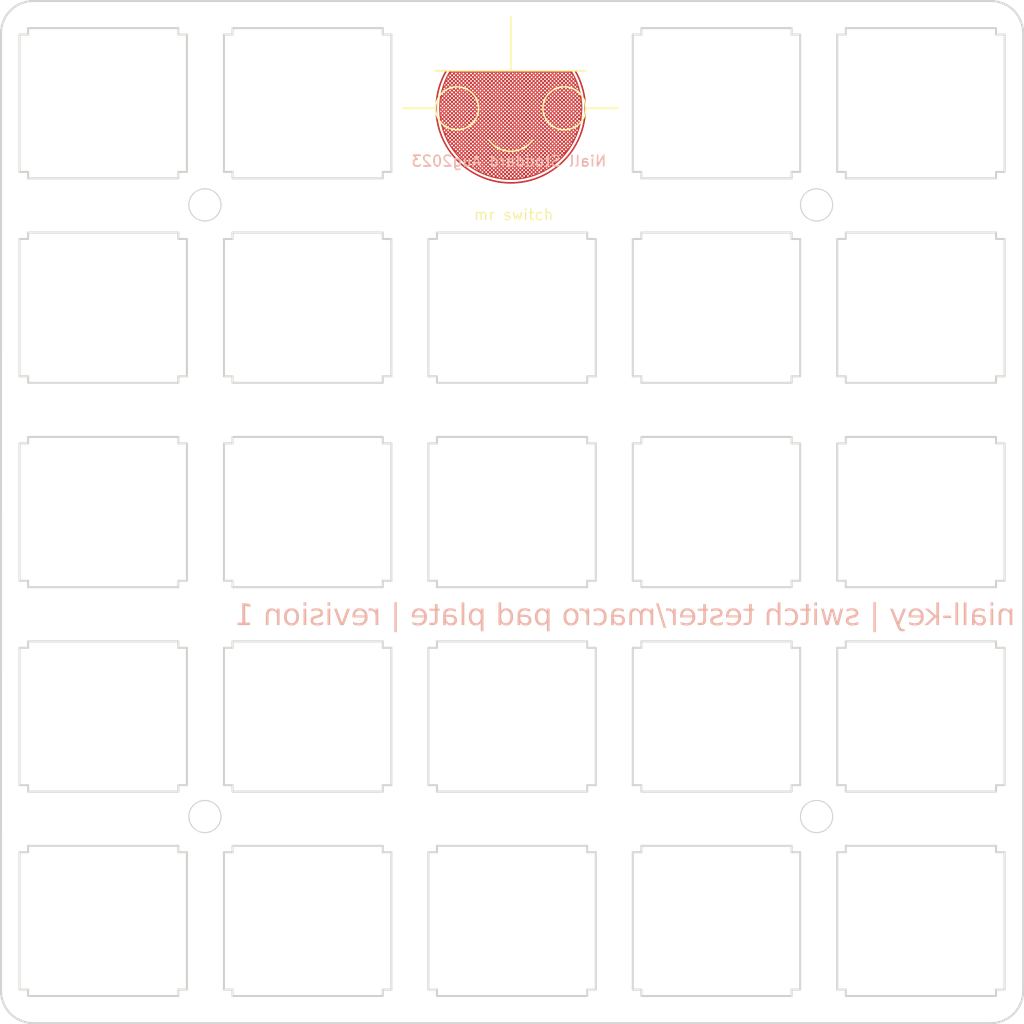
<source format=kicad_pcb>
(kicad_pcb (version 20221018) (generator pcbnew)
  (layers (0 "F.Cu" signal) (31 "B.Cu" signal) (34 "B.Paste" user) (35 "F.Paste" user) (36 "B.SilkS" user "B.Silkscreen") (37 "F.SilkS" user "F.Silkscreen") (38 "B.Mask" user) (39 "F.Mask" user) (44 "Edge.Cuts" user))
  (net 0 "")
  (gr_arc (start 68.499999 21.500001) (mid 62.5 31.946221) (end 56.500001 21.500001) (stroke (width 0.15)) (layer "F.Cu"))
  (gr_circle (center 57.5 25) (end 55.5 25) (stroke (width 0.15)) (fill none) (layer "F.SilkS"))
  (gr_line (start 52.5 25) (end 55.5 25) (stroke (width 0.15)) (layer "F.SilkS"))
  (gr_line (start 55.5 21.5) (end 69.5 21.5) (stroke (width 0.15)) (layer "F.SilkS"))
  (gr_circle (center 67.5 25) (end 69.5 25) (stroke (width 0.15)) (fill none) (layer "F.SilkS"))
  (gr_line (start 62.5 21.5) (end 62.5 16.5) (stroke (width 0.15)) (layer "F.SilkS"))
  (gr_arc (start 64.5 28) (mid 62.5 29) (end 60.5 28) (stroke (width 0.15)) (layer "F.SilkS"))
  (gr_line (start 69.5 25) (end 72.5 25) (stroke (width 0.15)) (layer "F.SilkS"))
  (gr_line (start 69.624999 74.676003) (end 55.624999 74.676003) (stroke (width 0.188976)) (layer "Edge.Cuts"))
  (gr_circle (center 34 91) (end 35.5 91) (stroke (width 0.1)) (fill none) (layer "Edge.Cuts"))
  (gr_line (start 17.525 30.926001) (end 17.525 31.525999) (stroke (width 0.188976)) (layer "Edge.Cuts"))
  (gr_line (start 110.213996 107.721001) (end 110.167999 107.952003) (stroke (width 0.188976)) (layer "Edge.Cuts"))
  (gr_line (start 50.575 49.976002) (end 51.374999 49.976002) (stroke (width 0.188976)) (layer "Edge.Cuts"))
  (gr_line (start 70.424999 69.026001) (end 70.424999 56.226002) (stroke (width 0.188976)) (layer "Edge.Cuts"))
  (gr_line (start 31.524999 75.275002) (end 31.524999 74.676003) (stroke (width 0.188976)) (layer "Edge.Cuts"))
  (gr_line (start 54.825 94.324997) (end 54.825 107.125999) (stroke (width 0.188976)) (layer "Edge.Cuts"))
  (gr_line (start 92.925003 69.026001) (end 93.724998 69.026001) (stroke (width 0.188976)) (layer "Edge.Cuts"))
  (gr_line (start 107.720001 110.214996) (end 107.486 110.241997) (stroke (width 0.188976)) (layer "Edge.Cuts"))
  (gr_line (start 89.474998 18.126) (end 88.675003 18.126) (stroke (width 0.188976)) (layer "Edge.Cuts"))
  (gr_line (start 110.022003 16.852) (end 110.104003 17.073) (stroke (width 0.188976)) (layer "Edge.Cuts"))
  (gr_line (start 36.575 107.725998) (end 50.575 107.725998) (stroke (width 0.188976)) (layer "Edge.Cuts"))
  (gr_line (start 16.725 75.275002) (end 16.725 88.075996) (stroke (width 0.188976)) (layer "Edge.Cuts"))
  (gr_circle (center 91 34) (end 92.5 34) (stroke (width 0.1)) (fill none) (layer "Edge.Cuts"))
  (gr_line (start 74.675003 69.625999) (end 88.675003 69.625999) (stroke (width 0.188976)) (layer "Edge.Cuts"))
  (gr_line (start 17.525 55.625999) (end 17.525 56.226002) (stroke (width 0.188976)) (layer "Edge.Cuts"))
  (gr_line (start 107.724998 107.125999) (end 108.524002 107.125999) (stroke (width 0.188976)) (layer "Edge.Cuts"))
  (gr_line (start 109.678001 16.237) (end 109.807998 16.433) (stroke (width 0.188976)) (layer "Edge.Cuts"))
  (gr_line (start 15.146 17.073) (end 15.228 16.852) (stroke (width 0.188976)) (layer "Edge.Cuts"))
  (gr_line (start 17.072 110.105003) (end 16.851 110.023003) (stroke (width 0.188976)) (layer "Edge.Cuts"))
  (gr_line (start 16.725 88.075996) (end 17.525 88.075996) (stroke (width 0.188976)) (layer "Edge.Cuts"))
  (gr_line (start 36.575 74.676003) (end 36.575 75.275002) (stroke (width 0.188976)) (layer "Edge.Cuts"))
  (gr_line (start 74.675003 37.176001) (end 73.874999 37.176001) (stroke (width 0.188976)) (layer "Edge.Cuts"))
  (gr_line (start 32.325 30.926001) (end 32.325 18.126) (stroke (width 0.188976)) (layer "Edge.Cuts"))
  (gr_line (start 107.724998 88.075996) (end 108.524002 88.075996) (stroke (width 0.188976)) (layer "Edge.Cuts"))
  (gr_line (start 31.524999 50.576) (end 31.524999 49.976002) (stroke (width 0.188976)) (layer "Edge.Cuts"))
  (gr_line (start 36.575 30.926001) (end 36.575 31.525999) (stroke (width 0.188976)) (layer "Edge.Cuts"))
  (gr_line (start 35.774999 88.075996) (end 36.575 88.075996) (stroke (width 0.188976)) (layer "Edge.Cuts"))
  (gr_line (start 88.675003 88.075996) (end 89.474998 88.075996) (stroke (width 0.188976)) (layer "Edge.Cuts"))
  (gr_line (start 55.624999 69.625999) (end 69.624999 69.625999) (stroke (width 0.188976)) (layer "Edge.Cuts"))
  (gr_line (start 93.724998 49.976002) (end 93.724998 50.576) (stroke (width 0.188976)) (layer "Edge.Cuts"))
  (gr_line (start 17.525 56.226002) (end 16.725 56.226002) (stroke (width 0.188976)) (layer "Edge.Cuts"))
  (gr_line (start 17.525 36.576) (end 17.525 37.176001) (stroke (width 0.188976)) (layer "Edge.Cuts"))
  (gr_line (start 54.825 88.075996) (end 55.624999 88.075996) (stroke (width 0.188976)) (layer "Edge.Cuts"))
  (gr_line (start 109.198997 15.719) (end 109.372001 15.879) (stroke (width 0.188976)) (layer "Edge.Cuts"))
  (gr_line (start 55.624999 107.125999) (end 55.624999 107.725998) (stroke (width 0.188976)) (layer "Edge.Cuts"))
  (gr_line (start 74.675003 74.676003) (end 74.675003 75.275002) (stroke (width 0.188976)) (layer "Edge.Cuts"))
  (gr_line (start 17.525 107.125999) (end 17.525 107.725998) (stroke (width 0.188976)) (layer "Edge.Cuts"))
  (gr_line (start 35.774999 49.976002) (end 36.575 49.976002) (stroke (width 0.188976)) (layer "Edge.Cuts"))
  (gr_line (start 108.525001 30.926001) (end 108.525001 18.126) (stroke (width 0.188976)) (layer "Edge.Cuts"))
  (gr_line (start 88.675003 94.324997) (end 88.675003 93.725998) (stroke (width 0.188976)) (layer "Edge.Cuts"))
  (gr_line (start 15.228 108.400002) (end 15.146 108.179001) (stroke (width 0.188976)) (layer "Edge.Cuts"))
  (gr_line (start 73.874999 56.226002) (end 73.874999 69.026001) (stroke (width 0.188976)) (layer "Edge.Cuts"))
  (gr_line (start 70.424999 56.226002) (end 69.624999 56.226002) (stroke (width 0.188976)) (layer "Edge.Cuts"))
  (gr_line (start 107.724998 30.926001) (end 108.525001 30.926001) (stroke (width 0.188976)) (layer "Edge.Cuts"))
  (gr_line (start 93.724998 17.526) (end 93.724998 18.126) (stroke (width 0.188976)) (layer "Edge.Cuts"))
  (gr_line (start 92.925003 107.125999) (end 93.724998 107.125999) (stroke (width 0.188976)) (layer "Edge.Cuts"))
  (gr_line (start 93.724998 37.176001) (end 92.925003 37.176001) (stroke (width 0.188976)) (layer "Edge.Cuts"))
  (gr_line (start 14.999 107.250999) (end 15 18.001) (stroke (width 0.188976)) (layer "Edge.Cuts"))
  (gr_line (start 32.325 75.275002) (end 31.524999 75.275002) (stroke (width 0.188976)) (layer "Edge.Cuts"))
  (gr_line (start 31.524999 107.125999) (end 32.325 107.125999) (stroke (width 0.188976)) (layer "Edge.Cuts"))
  (gr_line (start 108.524002 37.176001) (end 107.724998 37.176001) (stroke (width 0.188976)) (layer "Edge.Cuts"))
  (gr_line (start 16.236 15.573) (end 16.432 15.443) (stroke (width 0.188976)) (layer "Edge.Cuts"))
  (gr_line (start 17.525 88.676003) (end 31.524999 88.676003) (stroke (width 0.188976)) (layer "Edge.Cuts"))
  (gr_line (start 88.675003 107.725998) (end 88.675003 107.125999) (stroke (width 0.188976)) (layer "Edge.Cuts"))
  (gr_line (start 16.236 109.679001) (end 16.051 109.532997) (stroke (width 0.188976)) (layer "Edge.Cuts"))
  (gr_line (start 35.774999 30.926001) (end 36.575 30.926001) (stroke (width 0.188976)) (layer "Edge.Cuts"))
  (gr_line (start 69.624999 37.176001) (end 69.624999 36.576) (stroke (width 0.188976)) (layer "Edge.Cuts"))
  (gr_line (start 88.675003 74.676003) (end 74.675003 74.676003) (stroke (width 0.188976)) (layer "Edge.Cuts"))
  (gr_line (start 89.474998 107.125999) (end 89.474998 94.324997) (stroke (width 0.188976)) (layer "Edge.Cuts"))
  (gr_line (start 89.474998 56.226002) (end 88.675003 56.226002) (stroke (width 0.188976)) (layer "Edge.Cuts"))
  (gr_line (start 15.009 107.487) (end 14.999 107.250999) (stroke (width 0.188976)) (layer "Edge.Cuts"))
  (gr_line (start 50.575 36.576) (end 36.575 36.576) (stroke (width 0.188976)) (layer "Edge.Cuts"))
  (gr_line (start 74.675003 50.576) (end 88.675003 50.576) (stroke (width 0.188976)) (layer "Edge.Cuts"))
  (gr_line (start 110.167999 107.952003) (end 110.104003 108.179001) (stroke (width 0.188976)) (layer "Edge.Cuts"))
  (gr_line (start 74.675003 88.075996) (end 74.675003 88.676003) (stroke (width 0.188976)) (layer "Edge.Cuts"))
  (gr_line (start 35.774999 107.125999) (end 36.575 107.125999) (stroke (width 0.188976)) (layer "Edge.Cuts"))
  (gr_line (start 93.724998 18.126) (end 92.925003 18.126) (stroke (width 0.188976)) (layer "Edge.Cuts"))
  (gr_line (start 15.718 16.052) (end 15.878 15.879) (stroke (width 0.188976)) (layer "Edge.Cuts"))
  (gr_line (start 74.675003 107.725998) (end 88.675003 107.725998) (stroke (width 0.188976)) (layer "Edge.Cuts"))
  (gr_line (start 36.575 18.126) (end 35.774999 18.126) (stroke (width 0.188976)) (layer "Edge.Cuts"))
  (gr_line (start 107.724998 49.976002) (end 108.524002 49.976002) (stroke (width 0.188976)) (layer "Edge.Cuts"))
  (gr_line (start 110.250999 18.001) (end 110.250999 107.250999) (stroke (width 0.188976)) (layer "Edge.Cuts"))
  (gr_line (start 93.724998 93.725998) (end 93.724998 94.324997) (stroke (width 0.188976)) (layer "Edge.Cuts"))
  (gr_line (start 15.082 17.3) (end 15.146 17.073) (stroke (width 0.188976)) (layer "Edge.Cuts"))
  (gr_line (start 50.575 56.226002) (end 50.575 55.625999) (stroke (width 0.188976)) (layer "Edge.Cuts"))
  (gr_line (start 69.624999 56.226002) (end 69.624999 55.625999) (stroke (width 0.188976)) (layer "Edge.Cuts"))
  (gr_line (start 108.178001 110.105003) (end 107.951003 110.168999) (stroke (width 0.188976)) (layer "Edge.Cuts"))
  (gr_line (start 51.374999 18.126) (end 50.575 18.126) (stroke (width 0.188976)) (layer "Edge.Cuts"))
  (gr_line (start 17.525 17.526) (end 17.525 18.126) (stroke (width 0.188976)) (layer "Edge.Cuts"))
  (gr_line (start 74.675003 18.126) (end 73.874999 18.126) (stroke (width 0.188976)) (layer "Edge.Cuts"))
  (gr_line (start 15.146 108.179001) (end 15.082 107.952003) (stroke (width 0.188976)) (layer "Edge.Cuts"))
  (gr_line (start 35.774999 69.026001) (end 36.575 69.026001) (stroke (width 0.188976)) (layer "Edge.Cuts"))
  (gr_line (start 107.486 15.01) (end 107.720001 15.037) (stroke (width 0.188976)) (layer "Edge.Cuts"))
  (gr_line (start 74.675003 93.725998) (end 74.675003 94.324997) (stroke (width 0.188976)) (layer "Edge.Cuts"))
  (gr_line (start 36.575 75.275002) (end 35.774999 75.275002) (stroke (width 0.188976)) (layer "Edge.Cuts"))
  (gr_line (start 107.249999 110.251999) (end 18 110.250999) (stroke (width 0.188976)) (layer "Edge.Cuts"))
  (gr_line (start 16.725 30.926001) (end 17.525 30.926001) (stroke (width 0.188976)) (layer "Edge.Cuts"))
  (gr_line (start 69.624999 69.026001) (end 70.424999 69.026001) (stroke (width 0.188976)) (layer "Edge.Cuts"))
  (gr_line (start 110.167999 17.3) (end 110.213996 17.531) (stroke (width 0.188976)) (layer "Edge.Cuts"))
  (gr_line (start 54.825 49.976002) (end 55.624999 49.976002) (stroke (width 0.188976)) (layer "Edge.Cuts"))
  (gr_line (start 89.474998 88.075996) (end 89.474998 75.275002) (stroke (width 0.188976)) (layer "Edge.Cuts"))
  (gr_line (start 69.624999 107.125999) (end 70.424999 107.125999) (stroke (width 0.188976)) (layer "Edge.Cuts"))
  (gr_line (start 70.424999 88.075996) (end 70.424999 75.275002) (stroke (width 0.188976)) (layer "Edge.Cuts"))
  (gr_line (start 55.624999 93.725998) (end 55.624999 94.324997) (stroke (width 0.188976)) (layer "Edge.Cuts"))
  (gr_line (start 31.524999 69.026001) (end 32.325 69.026001) (stroke (width 0.188976)) (layer "Edge.Cuts"))
  (gr_line (start 74.675003 49.976002) (end 74.675003 50.576) (stroke (width 0.188976)) (layer "Edge.Cuts"))
  (gr_line (start 108.524002 94.324997) (end 107.724998 94.324997) (stroke (width 0.188976)) (layer "Edge.Cuts"))
  (gr_line (start 17.525 50.576) (end 31.524999 50.576) (stroke (width 0.188976)) (layer "Edge.Cuts"))
  (gr_line (start 73.874999 75.275002) (end 73.874999 88.075996) (stroke (width 0.188976)) (layer "Edge.Cuts"))
  (gr_line (start 50.575 107.725998) (end 50.575 107.125999) (stroke (width 0.188976)) (layer "Edge.Cuts"))
  (gr_line (start 35.774999 18.126) (end 35.774999 30.926001) (stroke (width 0.188976)) (layer "Edge.Cuts"))
  (gr_line (start 31.524999 88.075996) (end 32.325 88.075996) (stroke (width 0.188976)) (layer "Edge.Cuts"))
  (gr_line (start 16.725 18.126) (end 16.725 30.926001) (stroke (width 0.188976)) (layer "Edge.Cuts"))
  (gr_line (start 50.575 30.926001) (end 51.374999 30.926001) (stroke (width 0.188976)) (layer "Edge.Cuts"))
  (gr_line (start 107.724998 36.576) (end 93.724998 36.576) (stroke (width 0.188976)) (layer "Edge.Cuts"))
  (gr_line (start 110.022003 108.400002) (end 109.924003 108.612999) (stroke (width 0.188976)) (layer "Edge.Cuts"))
  (gr_line (start 55.624999 75.275002) (end 54.825 75.275002) (stroke (width 0.188976)) (layer "Edge.Cuts"))
  (gr_line (start 73.874999 49.976002) (end 74.675003 49.976002) (stroke (width 0.188976)) (layer "Edge.Cuts"))
  (gr_line (start 31.524999 17.526) (end 17.525 17.526) (stroke (width 0.188976)) (layer "Edge.Cuts"))
  (gr_line (start 70.424999 107.125999) (end 70.424999 94.324997) (stroke (width 0.188976)) (layer "Edge.Cuts"))
  (gr_line (start 93.724998 69.625999) (end 107.724998 69.625999) (stroke (width 0.188976)) (layer "Edge.Cuts"))
  (gr_line (start 31.524999 107.725998) (end 31.524999 107.125999) (stroke (width 0.188976)) (layer "Edge.Cuts"))
  (gr_line (start 50.575 107.125999) (end 51.374999 107.125999) (stroke (width 0.188976)) (layer "Edge.Cuts"))
  (gr_line (start 108.524002 49.976002) (end 108.524002 37.176001) (stroke (width 0.188976)) (layer "Edge.Cuts"))
  (gr_circle (center 34 34) (end 35.5 34) (stroke (width 0.1)) (fill none) (layer "Edge.Cuts"))
  (gr_line (start 16.638 15.327) (end 16.851 15.229) (stroke (width 0.188976)) (layer "Edge.Cuts"))
  (gr_line (start 17.525 18.126) (end 16.725 18.126) (stroke (width 0.188976)) (layer "Edge.Cuts"))
  (gr_line (start 17.525 74.676003) (end 17.525 75.275002) (stroke (width 0.188976)) (layer "Edge.Cuts"))
  (gr_line (start 50.575 88.676003) (end 50.575 88.075996) (stroke (width 0.188976)) (layer "Edge.Cuts"))
  (gr_line (start 93.724998 94.324997) (end 92.925003 94.324997) (stroke (width 0.188976)) (layer "Edge.Cuts"))
  (gr_line (start 69.624999 94.324997) (end 69.624999 93.725998) (stroke (width 0.188976)) (layer "Edge.Cuts"))
  (gr_line (start 109.678001 109.014999) (end 109.531997 109.199997) (stroke (width 0.188976)) (layer "Edge.Cuts"))
  (gr_line (start 88.675003 75.275002) (end 88.675003 74.676003) (stroke (width 0.188976)) (layer "Edge.Cuts"))
  (gr_line (start 108.524002 69.026001) (end 108.524002 56.226002) (stroke (width 0.188976)) (layer "Edge.Cuts"))
  (gr_line (start 50.575 88.075996) (end 51.374999 88.075996) (stroke (width 0.188976)) (layer "Edge.Cuts"))
  (gr_line (start 15 18.001) (end 15.009 17.765) (stroke (width 0.188976)) (layer "Edge.Cuts"))
  (gr_line (start 32.325 56.226002) (end 31.524999 56.226002) (stroke (width 0.188976)) (layer "Edge.Cuts"))
  (gr_line (start 36.575 49.976002) (end 36.575 50.576) (stroke (width 0.188976)) (layer "Edge.Cuts"))
  (gr_line (start 32.325 94.324997) (end 31.524999 94.324997) (stroke (width 0.188976)) (layer "Edge.Cuts"))
  (gr_line (start 69.624999 75.275002) (end 69.624999 74.676003) (stroke (width 0.188976)) (layer "Edge.Cuts"))
  (gr_line (start 110.240997 107.487) (end 110.213996 107.721001) (stroke (width 0.188976)) (layer "Edge.Cuts"))
  (gr_line (start 31.524999 93.725998) (end 17.525 93.725998) (stroke (width 0.188976)) (layer "Edge.Cuts"))
  (gr_line (start 51.374999 88.075996) (end 51.374999 75.275002) (stroke (width 0.188976)) (layer "Edge.Cuts"))
  (gr_line (start 17.525 31.525999) (end 31.524999 31.525999) (stroke (width 0.188976)) (layer "Edge.Cuts"))
  (gr_line (start 93.724998 88.075996) (end 93.724998 88.676003) (stroke (width 0.188976)) (layer "Edge.Cuts"))
  (gr_line (start 107.951003 110.168999) (end 107.720001 110.214996) (stroke (width 0.188976)) (layer "Edge.Cuts"))
  (gr_line (start 36.575 94.324997) (end 35.774999 94.324997) (stroke (width 0.188976)) (layer "Edge.Cuts"))
  (gr_line (start 35.774999 37.176001) (end 35.774999 49.976002) (stroke (width 0.188976)) (layer "Edge.Cuts"))
  (gr_line (start 73.874999 69.026001) (end 74.675003 69.026001) (stroke (width 0.188976)) (layer "Edge.Cuts"))
  (gr_line (start 15.009 17.765) (end 15.036 17.531) (stroke (width 0.188976)) (layer "Edge.Cuts"))
  (gr_line (start 74.675003 56.226002) (end 73.874999 56.226002) (stroke (width 0.188976)) (layer "Edge.Cuts"))
  (gr_line (start 110.104003 108.179001) (end 110.022003 108.400002) (stroke (width 0.188976)) (layer "Edge.Cuts"))
  (gr_line (start 107.724998 93.725998) (end 93.724998 93.725998) (stroke (width 0.188976)) (layer "Edge.Cuts"))
  (gr_line (start 109.807998 16.433) (end 109.924003 16.639) (stroke (width 0.188976)) (layer "Edge.Cuts"))
  (gr_line (start 17.764 15.01) (end 18 15) (stroke (width 0.188976)) (layer "Edge.Cuts"))
  (gr_line (start 73.874999 37.176001) (end 73.874999 49.976002) (stroke (width 0.188976)) (layer "Edge.Cuts"))
  (gr_line (start 69.624999 55.625999) (end 55.624999 55.625999) (stroke (width 0.188976)) (layer "Edge.Cuts"))
  (gr_line (start 92.925003 49.976002) (end 93.724998 49.976002) (stroke (width 0.188976)) (layer "Edge.Cuts"))
  (gr_line (start 51.374999 69.026001) (end 51.374999 56.226002) (stroke (width 0.188976)) (layer "Edge.Cuts"))
  (gr_line (start 31.524999 74.676003) (end 17.525 74.676003) (stroke (width 0.188976)) (layer "Edge.Cuts"))
  (gr_line (start 50.575 31.525999) (end 50.575 30.926001) (stroke (width 0.188976)) (layer "Edge.Cuts"))
  (gr_line (start 17.525 75.275002) (end 16.725 75.275002) (stroke (width 0.188976)) (layer "Edge.Cuts"))
  (gr_line (start 16.051 15.719) (end 16.236 15.573) (stroke (width 0.188976)) (layer "Edge.Cuts"))
  (gr_line (start 36.575 17.526) (end 36.575 18.126) (stroke (width 0.188976)) (layer "Edge.Cuts"))
  (gr_line (start 108.818 109.808998) (end 108.611999 109.925003) (stroke (width 0.188976)) (layer "Edge.Cuts"))
  (gr_line (start 17.764 110.241997) (end 17.53 110.214996) (stroke (width 0.188976)) (layer "Edge.Cuts"))
  (gr_line (start 32.325 88.075996) (end 32.325 75.275002) (stroke (width 0.188976)) (layer "Edge.Cuts"))
  (gr_line (start 54.825 56.226002) (end 54.825 69.026001) (stroke (width 0.188976)) (layer "Edge.Cuts"))
  (gr_line (start 36.575 55.625999) (end 36.575 56.226002) (stroke (width 0.188976)) (layer "Edge.Cuts"))
  (gr_line (start 55.624999 49.976002) (end 55.624999 50.576) (stroke (width 0.188976)) (layer "Edge.Cuts"))
  (gr_line (start 109.372001 15.879) (end 109.531997 16.052) (stroke (width 0.188976)) (layer "Edge.Cuts"))
  (gr_line (start 88.675003 56.226002) (end 88.675003 55.625999) (stroke (width 0.188976)) (layer "Edge.Cuts"))
  (gr_line (start 108.524002 88.075996) (end 108.524002 75.275002) (stroke (width 0.188976)) (layer "Edge.Cuts"))
  (gr_line (start 107.724998 88.676003) (end 107.724998 88.075996) (stroke (width 0.188976)) (layer "Edge.Cuts"))
  (gr_line (start 108.399002 15.229) (end 108.611999 15.327) (stroke (width 0.188976)) (layer "Edge.Cuts"))
  (gr_line (start 92.925003 30.926001) (end 93.724998 30.926001) (stroke (width 0.188976)) (layer "Edge.Cuts"))
  (gr_line (start 107.724998 55.625999) (end 93.724998 55.625999) (stroke (width 0.188976)) (layer "Edge.Cuts"))
  (gr_line (start 17.525 107.725998) (end 31.524999 107.725998) (stroke (width 0.188976)) (layer "Edge.Cuts"))
  (gr_line (start 55.624999 88.075996) (end 55.624999 88.676003) (stroke (width 0.188976)) (layer "Edge.Cuts"))
  (gr_line (start 17.525 93.725998) (end 17.525 94.324997) (stroke (width 0.188976)) (layer "Edge.Cuts"))
  (gr_line (start 88.675003 36.576) (end 74.675003 36.576) (stroke (width 0.188976)) (layer "Edge.Cuts"))
  (gr_line (start 16.638 109.925003) (end 16.432 109.808998) (stroke (width 0.188976)) (layer "Edge.Cuts"))
  (gr_line (start 32.325 18.126) (end 31.524999 18.126) (stroke (width 0.188976)) (layer "Edge.Cuts"))
  (gr_line (start 70.424999 37.176001) (end 69.624999 37.176001) (stroke (width 0.188976)) (layer "Edge.Cuts"))
  (gr_line (start 93.724998 55.625999) (end 93.724998 56.226002) (stroke (width 0.188976)) (layer "Edge.Cuts"))
  (gr_line (start 109.198997 109.532997) (end 109.013999 109.679001) (stroke (width 0.188976)) (layer "Edge.Cuts"))
  (gr_line (start 17.525 49.976002) (end 17.525 50.576) (stroke (width 0.188976)) (layer "Edge.Cuts"))
  (gr_line (start 55.624999 50.576) (end 69.624999 50.576) (stroke (width 0.188976)) (layer "Edge.Cuts"))
  (gr_line (start 107.250999 15.001) (end 107.486 15.01) (stroke (width 0.188976)) (layer "Edge.Cuts"))
  (gr_line (start 17.299 15.083) (end 17.53 15.037) (stroke (width 0.188976)) (layer "Edge.Cuts"))
  (gr_line (start 110.213996 17.531) (end 110.240997 17.765) (stroke (width 0.188976)) (layer "Edge.Cuts"))
  (gr_line (start 31.524999 94.324997) (end 31.524999 93.725998) (stroke (width 0.188976)) (layer "Edge.Cuts"))
  (gr_line (start 36.575 88.075996) (end 36.575 88.676003) (stroke (width 0.188976)) (layer "Edge.Cuts"))
  (gr_line (start 69.624999 88.676003) (end 69.624999 88.075996) (stroke (width 0.188976)) (layer "Edge.Cuts"))
  (gr_line (start 93.724998 69.026001) (end 93.724998 69.625999) (stroke (width 0.188976)) (layer "Edge.Cuts"))
  (gr_line (start 32.325 107.125999) (end 32.325 94.324997) (stroke (width 0.188976)) (layer "Edge.Cuts"))
  (gr_line (start 88.675003 69.026001) (end 89.474998 69.026001) (stroke (width 0.188976)) (layer "Edge.Cuts"))
  (gr_line (start 54.825 37.176001) (end 54.825 49.976002) (stroke (width 0.188976)) (layer "Edge.Cuts"))
  (gr_line (start 107.724998 74.676003) (end 93.724998 74.676003) (stroke (width 0.188976)) (layer "Edge.Cuts"))
  (gr_line (start 70.424999 75.275002) (end 69.624999 75.275002) (stroke (width 0.188976)) (layer "Edge.Cuts"))
  (gr_line (start 74.675003 17.526) (end 74.675003 18.126) (stroke (width 0.188976)) (layer "Edge.Cuts"))
  (gr_line (start 36.575 56.226002) (end 35.774999 56.226002) (stroke (width 0.188976)) (layer "Edge.Cuts"))
  (gr_line (start 16.432 109.808998) (end 16.236 109.679001) (stroke (width 0.188976)) (layer "Edge.Cuts"))
  (gr_line (start 35.774999 94.324997) (end 35.774999 107.125999) (stroke (width 0.188976)) (layer "Edge.Cuts"))
  (gr_line (start 36.575 88.676003) (end 50.575 88.676003) (stroke (width 0.188976)) (layer "Edge.Cuts"))
  (gr_line (start 88.675003 69.625999) (end 88.675003 69.026001) (stroke (width 0.188976)) (layer "Edge.Cuts"))
  (gr_line (start 55.624999 36.576) (end 55.624999 37.176001) (stroke (width 0.188976)) (layer "Edge.Cuts"))
  (gr_line (start 31.524999 69.625999) (end 31.524999 69.026001) (stroke (width 0.188976)) (layer "Edge.Cuts"))
  (gr_line (start 70.424999 94.324997) (end 69.624999 94.324997) (stroke (width 0.188976)) (layer "Edge.Cuts"))
  (gr_line (start 69.624999 36.576) (end 55.624999 36.576) (stroke (width 0.188976)) (layer "Edge.Cuts"))
  (gr_line (start 50.575 17.526) (end 36.575 17.526) (stroke (width 0.188976)) (layer "Edge.Cuts"))
  (gr_line (start 89.474998 30.926001) (end 89.474998 18.126) (stroke (width 0.188976)) (layer "Edge.Cuts"))
  (gr_line (start 108.524002 56.226002) (end 107.724998 56.226002) (stroke (width 0.188976)) (layer "Edge.Cuts"))
  (gr_line (start 107.724998 17.526) (end 93.724998 17.526) (stroke (width 0.188976)) (layer "Edge.Cuts"))
  (gr_line (start 88.675003 88.676003) (end 88.675003 88.075996) (stroke (width 0.188976)) (layer "Edge.Cuts"))
  (gr_line (start 107.724998 69.026001) (end 108.524002 69.026001) (stroke (width 0.188976)) (layer "Edge.Cuts"))
  (gr_line (start 92.925003 94.324997) (end 92.925003 107.125999) (stroke (width 0.188976)) (layer "Edge.Cuts"))
  (gr_line (start 16.725 94.324997) (end 16.725 107.125999) (stroke (width 0.188976)) (layer "Edge.Cuts"))
  (gr_line (start 69.624999 69.625999) (end 69.624999 69.026001) (stroke (width 0.188976)) (layer "Edge.Cuts"))
  (gr_circle (center 91 91) (end 92.5 91) (stroke (width 0.1)) (fill none) (layer "Edge.Cuts"))
  (gr_line (start 50.575 93.725998) (end 36.575 93.725998) (stroke (width 0.188976)) (layer "Edge.Cuts"))
  (gr_line (start 55.624999 88.676003) (end 69.624999 88.676003) (stroke (width 0.188976)) (layer "Edge.Cuts"))
  (gr_line (start 50.575 37.176001) (end 50.575 36.576) (stroke (width 0.188976)) (layer "Edge.Cuts"))
  (gr_line (start 55.624999 69.026001) (end 55.624999 69.625999) (stroke (width 0.188976)) (layer "Edge.Cuts"))
  (gr_line (start 16.051 109.532997) (end 15.878 109.373001) (stroke (width 0.188976)) (layer "Edge.Cuts"))
  (gr_line (start 107.724998 69.625999) (end 107.724998 69.026001) (stroke (width 0.188976)) (layer "Edge.Cuts"))
  (gr_line (start 69.624999 107.725998) (end 69.624999 107.125999) (stroke (width 0.188976)) (layer "Edge.Cuts"))
  (gr_line (start 31.524999 37.176001) (end 31.524999 36.576) (stroke (width 0.188976)) (layer "Edge.Cuts"))
  (gr_line (start 108.818 15.443) (end 109.013999 15.573) (stroke (width 0.188976)) (layer "Edge.Cuts"))
  (gr_line (start 16.725 107.125999) (end 17.525 107.125999) (stroke (width 0.188976)) (layer "Edge.Cuts"))
  (gr_line (start 107.724998 37.176001) (end 107.724998 36.576) (stroke (width 0.188976)) (layer "Edge.Cuts"))
  (gr_line (start 31.524999 31.525999) (end 31.524999 30.926001) (stroke (width 0.188976)) (layer "Edge.Cuts"))
  (gr_line (start 50.575 75.275002) (end 50.575 74.676003) (stroke (width 0.188976)) (layer "Edge.Cuts"))
  (gr_line (start 50.575 74.676003) (end 36.575 74.676003) (stroke (width 0.188976)) (layer "Edge.Cuts"))
  (gr_line (start 54.825 69.026001) (end 55.624999 69.026001) (stroke (width 0.188976)) (layer "Edge.Cuts"))
  (gr_line (start 93.724998 30.926001) (end 93.724998 31.525999) (stroke (width 0.188976)) (layer "Edge.Cuts"))
  (gr_line (start 93.724998 75.275002) (end 92.925003 75.275002) (stroke (width 0.188976)) (layer "Edge.Cuts"))
  (gr_line (start 88.675003 49.976002) (end 89.474998 49.976002) (stroke (width 0.188976)) (layer "Edge.Cuts"))
  (gr_line (start 107.724998 18.126) (end 107.724998 17.526) (stroke (width 0.188976)) (layer "Edge.Cuts"))
  (gr_line (start 15.442 16.433) (end 15.572 16.237) (stroke (width 0.188976)) (layer "Edge.Cuts"))
  (gr_line (start 108.524002 75.275002) (end 107.724998 75.275002) (stroke (width 0.188976)) (layer "Edge.Cuts"))
  (gr_line (start 15.036 107.721001) (end 15.009 107.487) (stroke (width 0.188976)) (layer "Edge.Cuts"))
  (gr_line (start 17.299 110.168999) (end 17.072 110.105003) (stroke (width 0.188976)) (layer "Edge.Cuts"))
  (gr_line (start 108.611999 15.327) (end 108.818 15.443) (stroke (width 0.188976)) (layer "Edge.Cuts"))
  (gr_line (start 93.724998 88.676003) (end 107.724998 88.676003) (stroke (width 0.188976)) (layer "Edge.Cuts"))
  (gr_line (start 51.374999 94.324997) (end 50.575 94.324997) (stroke (width 0.188976)) (layer "Edge.Cuts"))
  (gr_line (start 74.675003 75.275002) (end 73.874999 75.275002) (stroke (width 0.188976)) (layer "Edge.Cuts"))
  (gr_line (start 36.575 31.525999) (end 50.575 31.525999) (stroke (width 0.188976)) (layer "Edge.Cuts"))
  (gr_line (start 36.575 69.625999) (end 50.575 69.625999) (stroke (width 0.188976)) (layer "Edge.Cuts"))
  (gr_line (start 50.575 69.625999) (end 50.575 69.026001) (stroke (width 0.188976)) (layer "Edge.Cuts"))
  (gr_line (start 88.675003 50.576) (end 88.675003 49.976002) (stroke (width 0.188976)) (layer "Edge.Cuts"))
  (gr_line (start 92.925003 75.275002) (end 92.925003 88.075996) (stroke (width 0.188976)) (layer "Edge.Cuts"))
  (gr_line (start 93.724998 74.676003) (end 93.724998 75.275002) (stroke (width 0.188976)) (layer "Edge.Cuts"))
  (gr_line (start 54.825 107.125999) (end 55.624999 107.125999) (stroke (width 0.188976)) (layer "Edge.Cuts"))
  (gr_line (start 89.474998 49.976002) (end 89.474998 37.176001) (stroke (width 0.188976)) (layer "Edge.Cuts"))
  (gr_line (start 16.725 56.226002) (end 16.725 69.026001) (stroke (width 0.188976)) (layer "Edge.Cuts"))
  (gr_line (start 55.624999 74.676003) (end 55.624999 75.275002) (stroke (width 0.188976)) (layer "Edge.Cuts"))
  (gr_line (start 36.575 93.725998) (end 36.575 94.324997) (stroke (width 0.188976)) (layer "Edge.Cuts"))
  (gr_line (start 107.486 110.241997) (end 107.249999 110.251999) (stroke (width 0.188976)) (layer "Edge.Cuts"))
  (gr_line (start 109.531997 16.052) (end 109.678001 16.237) (stroke (width 0.188976)) (layer "Edge.Cuts"))
  (gr_line (start 51.374999 75.275002) (end 50.575 75.275002) (stroke (width 0.188976)) (layer "Edge.Cuts"))
  (gr_line (start 70.424999 49.976002) (end 70.424999 37.176001) (stroke (width 0.188976)) (layer "Edge.Cuts"))
  (gr_line (start 93.724998 107.125999) (end 93.724998 107.725998) (stroke (width 0.188976)) (layer "Edge.Cuts"))
  (gr_line (start 31.524999 36.576) (end 17.525 36.576) (stroke (width 0.188976)) (layer "Edge.Cuts"))
  (gr_line (start 89.474998 69.026001) (end 89.474998 56.226002) (stroke (width 0.188976)) (layer "Edge.Cuts"))
  (gr_line (start 88.675003 37.176001) (end 88.675003 36.576) (stroke (width 0.188976)) (layer "Edge.Cuts"))
  (gr_line (start 31.524999 88.676003) (end 31.524999 88.075996) (stroke (width 0.188976)) (layer "Edge.Cuts"))
  (gr_line (start 55.624999 94.324997) (end 54.825 94.324997) (stroke (width 0.188976)) (layer "Edge.Cuts"))
  (gr_line (start 31.524999 55.625999) (end 17.525 55.625999) (stroke (width 0.188976)) (layer "Edge.Cuts"))
  (gr_line (start 36.575 69.026001) (end 36.575 69.625999) (stroke (width 0.188976)) (layer "Edge.Cuts"))
  (gr_line (start 74.675003 31.525999) (end 88.675003 31.525999) (stroke (width 0.188976)) (layer "Edge.Cuts"))
  (gr_line (start 107.724998 56.226002) (end 107.724998 55.625999) (stroke (width 0.188976)) (layer "Edge.Cuts"))
  (gr_line (start 93.724998 56.226002) (end 92.925003 56.226002) (stroke (width 0.188976)) (layer "Edge.Cuts"))
  (gr_line (start 55.624999 55.625999) (end 55.624999 56.226002) (stroke (width 0.188976)) (layer "Edge.Cuts"))
  (gr_line (start 92.925003 37.176001) (end 92.925003 49.976002) (stroke (width 0.188976)) (layer "Edge.Cuts"))
  (gr_line (start 31.524999 18.126) (end 31.524999 17.526) (stroke (width 0.188976)) (layer "Edge.Cuts"))
  (gr_line (start 89.474998 94.324997) (end 88.675003 94.324997) (stroke (width 0.188976)) (layer "Edge.Cuts"))
  (gr_line (start 17.525 88.075996) (end 17.525 88.676003) (stroke (width 0.188976)) (layer "Edge.Cuts"))
  (gr_line (start 69.624999 93.725998) (end 55.624999 93.725998) (stroke (width 0.188976)) (layer "Edge.Cuts"))
  (gr_line (start 93.724998 50.576) (end 107.724998 50.576) (stroke (width 0.188976)) (layer "Edge.Cuts"))
  (gr_line (start 31.524999 49.976002) (end 32.325 49.976002) (stroke (width 0.188976)) (layer "Edge.Cuts"))
  (gr_line (start 16.432 15.443) (end 16.638 15.327) (stroke (width 0.188976)) (layer "Edge.Cuts"))
  (gr_line (start 35.774999 56.226002) (end 35.774999 69.026001) (stroke (width 0.188976)) (layer "Edge.Cuts"))
  (gr_line (start 36.575 50.576) (end 50.575 50.576) (stroke (width 0.188976)) (layer "Edge.Cuts"))
  (gr_line (start 107.724998 75.275002) (end 107.724998 74.676003) (stroke (width 0.188976)) (layer "Edge.Cuts"))
  (gr_line (start 55.624999 56.226002) (end 54.825 56.226002) (stroke (width 0.188976)) (layer "Edge.Cuts"))
  (gr_line (start 15.878 109.373001) (end 15.718 109.199997) (stroke (width 0.188976)) (layer "Edge.Cuts"))
  (gr_line (start 88.675003 55.625999) (end 74.675003 55.625999) (stroke (width 0.188976)) (layer "Edge.Cuts"))
  (gr_line (start 93.724998 36.576) (end 93.724998 37.176001) (stroke (width 0.188976)) (layer "Edge.Cuts"))
  (gr_line (start 88.675003 18.126) (end 88.675003 17.526) (stroke (width 0.188976)) (layer "Edge.Cuts"))
  (gr_line (start 74.675003 55.625999) (end 74.675003 56.226002) (stroke (width 0.188976)) (layer "Edge.Cuts"))
  (gr_line (start 88.675003 17.526) (end 74.675003 17.526) (stroke (width 0.188976)) (layer "Edge.Cuts"))
  (gr_line (start 36.575 36.576) (end 36.575 37.176001) (stroke (width 0.188976)) (layer "Edge.Cuts"))
  (gr_line (start 32.325 69.026001) (end 32.325 56.226002) (stroke (width 0.188976)) (layer "Edge.Cuts"))
  (gr_line (start 15.572 16.237) (end 15.718 16.052) (stroke (width 0.188976)) (layer "Edge.Cuts"))
  (gr_line (start 92.925003 88.075996) (end 93.724998 88.075996) (stroke (width 0.188976)) (layer "Edge.Cuts"))
  (gr_line (start 15.228 16.852) (end 15.326 16.639) (stroke (width 0.188976)) (layer "Edge.Cuts"))
  (gr_line (start 88.675003 93.725998) (end 74.675003 93.725998) (stroke (width 0.188976)) (layer "Edge.Cuts"))
  (gr_line (start 17.525 69.625999) (end 31.524999 69.625999) (stroke (width 0.188976)) (layer "Edge.Cuts"))
  (gr_line (start 32.325 49.976002) (end 32.325 37.176001) (stroke (width 0.188976)) (layer "Edge.Cuts"))
  (gr_line (start 18 15) (end 107.250999 15.001) (stroke (width 0.188976)) (layer "Edge.Cuts"))
  (gr_line (start 109.924003 16.639) (end 110.022003 16.852) (stroke (width 0.188976)) (layer "Edge.Cuts"))
  (gr_line (start 107.720001 15.037) (end 107.951003 15.083) (stroke (width 0.188976)) (layer "Edge.Cuts"))
  (gr_line (start 15.326 16.639) (end 15.442 16.433) (stroke (width 0.188976)) (layer "Edge.Cuts"))
  (gr_line (start 69.624999 50.576) (end 69.624999 49.976002) (stroke (width 0.188976)) (layer "Edge.Cuts"))
  (gr_line (start 36.575 37.176001) (end 35.774999 37.176001) (stroke (width 0.188976)) (layer "Edge.Cuts"))
  (gr_line (start 54.825 75.275002) (end 54.825 88.075996) (stroke (width 0.188976)) (layer "Edge.Cuts"))
  (gr_line (start 15.036 17.531) (end 15.082 17.3) (stroke (width 0.188976)) (layer "Edge.Cuts"))
  (gr_line (start 89.474998 75.275002) (end 88.675003 75.275002) (stroke (width 0.188976)) (layer "Edge.Cuts"))
  (gr_line (start 16.725 69.026001) (end 17.525 69.026001) (stroke (width 0.188976)) (layer "Edge.Cuts"))
  (gr_line (start 50.575 55.625999) (end 36.575 55.625999) (stroke (width 0.188976)) (layer "Edge.Cuts"))
  (gr_line (start 32.325 37.176001) (end 31.524999 37.176001) (stroke (width 0.188976)) (layer "Edge.Cuts"))
  (gr_line (start 17.53 15.037) (end 17.764 15.01) (stroke (width 0.188976)) (layer "Edge.Cuts"))
  (gr_line (start 16.725 49.976002) (end 17.525 49.976002) (stroke (width 0.188976)) (layer "Edge.Cuts"))
  (gr_line (start 31.524999 56.226002) (end 31.524999 55.625999) (stroke (width 0.188976)) (layer "Edge.Cuts"))
  (gr_line (start 51.374999 30.926001) (end 51.374999 18.126) (stroke (width 0.188976)) (layer "Edge.Cuts"))
  (gr_line (start 15.718 109.199997) (end 15.572 109.014999) (stroke (width 0.188976)) (layer "Edge.Cuts"))
  (gr_line (start 74.675003 94.324997) (end 73.874999 94.324997) (stroke (width 0.188976)) (layer "Edge.Cuts"))
  (gr_line (start 15.572 109.014999) (end 15.442 108.819) (stroke (width 0.188976)) (layer "Edge.Cuts"))
  (gr_line (start 16.725 37.176001) (end 16.725 49.976002) (stroke (width 0.188976)) (layer "Edge.Cuts"))
  (gr_line (start 109.013999 109.679001) (end 108.818 109.808998) (stroke (width 0.188976)) (layer "Edge.Cuts"))
  (gr_line (start 74.675003 88.676003) (end 88.675003 88.676003) (stroke (width 0.188976)) (layer "Edge.Cuts"))
  (gr_line (start 16.851 15.229) (end 17.072 15.147) (stroke (width 0.188976)) (layer "Edge.Cuts"))
  (gr_line (start 93.724998 31.525999) (end 107.724998 31.525999) (stroke (width 0.188976)) (layer "Edge.Cuts"))
  (gr_line (start 74.675003 69.026001) (end 74.675003 69.625999) (stroke (width 0.188976)) (layer "Edge.Cuts"))
  (gr_line (start 88.675003 31.525999) (end 88.675003 30.926001) (stroke (width 0.188976)) (layer "Edge.Cuts"))
  (gr_line (start 93.724998 107.725998) (end 107.724998 107.725998) (stroke (width 0.188976)) (layer "Edge.Cuts"))
  (gr_line (start 17.53 110.214996) (end 17.299 110.168999) (stroke (width 0.188976)) (layer "Edge.Cuts"))
  (gr_line (start 50.575 69.026001) (end 51.374999 69.026001) (stroke (width 0.188976)) (layer "Edge.Cuts"))
  (gr_line (start 73.874999 88.075996) (end 74.675003 88.075996) (stroke (width 0.188976)) (layer "Edge.Cuts"))
  (gr_line (start 18 110.250999) (end 17.764 110.241997) (stroke (width 0.188976)) (layer "Edge.Cuts"))
  (gr_line (start 109.013999 15.573) (end 109.198997 15.719) (stroke (width 0.188976)) (layer "Edge.Cuts"))
  (gr_line (start 109.372001 109.373001) (end 109.198997 109.532997) (stroke (width 0.188976)) (layer "Edge.Cuts"))
  (gr_line (start 73.874999 30.926001) (end 74.675003 30.926001) (stroke (width 0.188976)) (layer "Edge.Cuts"))
  (gr_line (start 15.082 107.952003) (end 15.036 107.721001) (stroke (width 0.188976)) (layer "Edge.Cuts"))
  (gr_line (start 108.399002 110.023003) (end 108.178001 110.105003) (stroke (width 0.188976)) (layer "Edge.Cuts"))
  (gr_line (start 51.374999 49.976002) (end 51.374999 37.176001) (stroke (width 0.188976)) (layer "Edge.Cuts"))
  (gr_line (start 107.724998 50.576) (end 107.724998 49.976002) (stroke (width 0.188976)) (layer "Edge.Cuts"))
  (gr_line (start 88.675003 30.926001) (end 89.474998 30.926001) (stroke (width 0.188976)) (layer "Edge.Cuts"))
  (gr_line (start 92.925003 18.126) (end 92.925003 30.926001) (stroke (width 0.188976)) (layer "Edge.Cuts"))
  (gr_line (start 110.104003 17.073) (end 110.167999 17.3) (stroke (width 0.188976)) (layer "Edge.Cuts"))
  (gr_line (start 17.525 94.324997) (end 16.725 94.324997) (stroke (width 0.188976)) (layer "Edge.Cuts"))
  (gr_line (start 50.575 94.324997) (end 50.575 93.725998) (stroke (width 0.188976)) (layer "Edge.Cuts"))
  (gr_line (start 74.675003 30.926001) (end 74.675003 31.525999) (stroke (width 0.188976)) (layer "Edge.Cuts"))
  (gr_line (start 16.851 110.023003) (end 16.638 109.925003) (stroke (width 0.188976)) (layer "Edge.Cuts"))
  (gr_line (start 17.525 69.026001) (end 17.525 69.625999) (stroke (width 0.188976)) (layer "Edge.Cuts"))
  (gr_line (start 107.724998 31.525999) (end 107.724998 30.926001) (stroke (width 0.188976)) (layer "Edge.Cuts"))
  (gr_line (start 73.874999 94.324997) (end 73.874999 107.125999) (stroke (width 0.188976)) (layer "Edge.Cuts"))
  (gr_line (start 73.874999 18.126) (end 73.874999 30.926001) (stroke (width 0.188976)) (layer "Edge.Cuts"))
  (gr_line (start 51.374999 56.226002) (end 50.575 56.226002) (stroke (width 0.188976)) (layer "Edge.Cuts"))
  (gr_line (start 51.374999 37.176001) (end 50.575 37.176001) (stroke (width 0.188976)) (layer "Edge.Cuts"))
  (gr_line (start 108.178001 15.147) (end 108.399002 15.229) (stroke (width 0.188976)) (layer "Edge.Cuts"))
  (gr_line (start 107.724998 94.324997) (end 107.724998 93.725998) (stroke (width 0.188976)) (layer "Edge.Cuts"))
  (gr_line (start 69.624999 88.075996) (end 70.424999 88.075996) (stroke (width 0.188976)) (layer "Edge.Cuts"))
  (gr_line (start 31.524999 30.926001) (end 32.325 30.926001) (stroke (width 0.188976)) (layer "Edge.Cuts"))
  (gr_line (start 107.951003 15.083) (end 108.178001 15.147) (stroke (width 0.188976)) (layer "Edge.Cuts"))
  (gr_line (start 17.525 37.176001) (end 16.725 37.176001) (stroke (width 0.188976)) (layer "Edge.Cuts"))
  (gr_line (start 92.925003 56.226002) (end 92.925003 69.026001) (stroke (width 0.188976)) (layer "Edge.Cuts"))
  (gr_line (start 15.878 15.879) (end 16.051 15.719) (stroke (width 0.188976)) (layer "Edge.Cuts"))
  (gr_line (start 15.442 108.819) (end 15.326 108.612999) (stroke (width 0.188976)) (layer "Edge.Cuts"))
  (gr_line (start 108.525001 18.126) (end 107.724998 18.126) (stroke (width 0.188976)) (layer "Edge.Cuts"))
  (gr_line (start 55.624999 37.176001) (end 54.825 37.176001) (stroke (width 0.188976)) (layer "Edge.Cuts"))
  (gr_line (start 36.575 107.125999) (end 36.575 107.725998) (stroke (width 0.188976)) (layer "Edge.Cuts"))
  (gr_line (start 50.575 18.126) (end 50.575 17.526) (stroke (width 0.188976)) (layer "Edge.Cuts"))
  (gr_line (start 74.675003 36.576) (end 74.675003 37.176001) (stroke (width 0.188976)) (layer "Edge.Cuts"))
  (gr_line (start 107.724998 107.725998) (end 107.724998 107.125999) (stroke (width 0.188976)) (layer "Edge.Cuts"))
  (gr_line (start 17.072 15.147) (end 17.299 15.083) (stroke (width 0.188976)) (layer "Edge.Cuts"))
  (gr_line (start 50.575 50.576) (end 50.575 49.976002) (stroke (width 0.188976)) (layer "Edge.Cuts"))
  (gr_line (start 55.624999 107.725998) (end 69.624999 107.725998) (stroke (width 0.188976)) (layer "Edge.Cuts"))
  (gr_line (start 15.326 108.612999) (end 15.228 108.400002) (stroke (width 0.188976)) (layer "Edge.Cuts"))
  (gr_line (start 110.240997 17.765) (end 110.250999 18.001) (stroke (width 0.188976)) (layer "Edge.Cuts"))
  (gr_line (start 35.774999 75.275002) (end 35.774999 88.075996) (stroke (width 0.188976)) (layer "Edge.Cuts"))
  (gr_line (start 74.675003 107.125999) (end 74.675003 107.725998) (stroke (width 0.188976)) (layer "Edge.Cuts"))
  (gr_line (start 69.624999 49.976002) (end 70.424999 49.976002) (stroke (width 0.188976)) (layer "Edge.Cuts"))
  (gr_line (start 108.524002 107.125999) (end 108.524002 94.324997) (stroke (width 0.188976)) (layer "Edge.Cuts"))
  (gr_line (start 108.611999 109.925003) (end 108.399002 110.023003) (stroke (width 0.188976)) (layer "Edge.Cuts"))
  (gr_line (start 73.874999 107.125999) (end 74.675003 107.125999) (stroke (width 0.188976)) (layer "Edge.Cuts"))
  (gr_line (start 110.250999 107.250999) (end 110.240997 107.487) (stroke (width 0.188976)) (layer "Edge.Cuts"))
  (gr_line (start 109.531997 109.199997) (end 109.372001 109.373001) (stroke (width 0.188976)) (layer "Edge.Cuts"))
  (gr_line (start 51.374999 107.125999) (end 51.374999 94.324997) (stroke (width 0.188976)) (layer "Edge.Cuts"))
  (gr_line (start 109.924003 108.612999) (end 109.807998 108.819) (stroke (width 0.188976)) (layer "Edge.Cuts"))
  (gr_line (start 89.474998 37.176001) (end 88.675003 37.176001) (stroke (width 0.188976)) (layer "Edge.Cuts"))
  (gr_line (start 109.807998 108.819) (end 109.678001 109.014999) (stroke (width 0.188976)) (layer "Edge.Cuts"))
  (gr_line (start 88.675003 107.125999) (end 89.474998 107.125999) (stroke (width 0.188976)) (layer "Edge.Cuts"))
  (gr_text "niall-key | switch tester/macro pad plate | revision 1" (at 109.5 73.5) (layer "B.SilkS") (effects (font (size 2 2)) (justify left bottom mirror)))
  (gr_text "Niall Stoddard Aug2023" (at 71.5 30.5) (layer "B.SilkS") (effects (font (size 1 1)) (justify left bottom mirror)))
  (gr_text "mr switch" (at 59 35.5) (layer "F.SilkS") (effects (font (size 1 1) (thickness 0.125)) (justify left bottom)))
  (zone (net 0) (net_name "") (layer "F.Cu") (connect_pads no (clearance 0)) (min_thickness 0.025) (fill yes (mode hatch) (thermal_gap 0.025) (thermal_bridge_width 0.025) (island_removal_mode 1) (island_area_min 10) (hatch_thickness 0.1) (hatch_gap 0.15) (hatch_orientation 45) (hatch_border_algorithm hatch_thickness) (hatch_min_hole_area 0.3))
    (polygon (pts (xy 56.500001 21.500001) (xy 56 22.5) (xy 55.63427 23.941072) (xy 55.556213 25.395781) (xy 55.712328 26.382145) (xy 55.847154 27.105952) (xy 56.287115 28.127796) (xy 56.975441 29.213506) (xy 58.266939 30.5121) (xy 59.345552 31.221714) (xy 60.771877 31.72554) (xy 62.5 31.946221) (xy 63.979333 31.810694) (xy 65.270831 31.35654) (xy 66.04431 30.966253) (xy 67.172597 30.1431) (xy 68.279595 28.908372) (xy 69.088555 27.254971) (xy 69.407881 25.786069) (xy 69.414978 24.125572) (xy 69.081459 22.756017) (xy 68.499999 21.500001)))
  )
)
</source>
